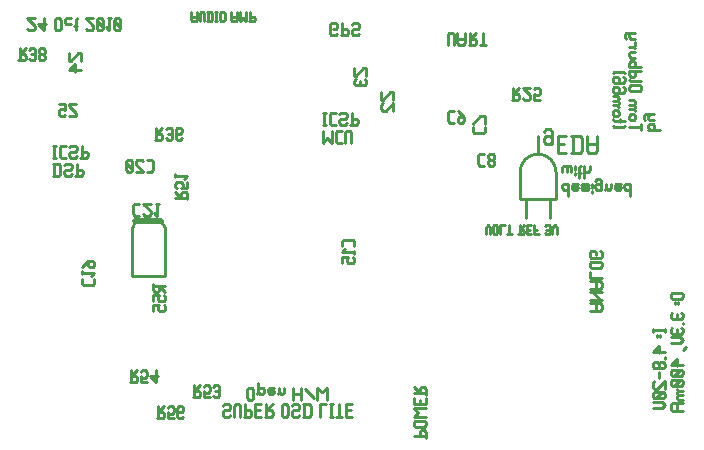
<source format=gbr>
G04 start of page 8 for group -4078 idx -4078 *
G04 Title: (unknown), bottomsilk *
G04 Creator: pcb 20091103 *
G04 CreationDate: Fri 29 Oct 2010 14:31:42 GMT UTC *
G04 For: thomas *
G04 Format: Gerber/RS-274X *
G04 PCB-Dimensions: 600000 500000 *
G04 PCB-Coordinate-Origin: lower left *
%MOIN*%
%FSLAX25Y25*%
%LNBACKSILK*%
%ADD11C,0.0100*%
%ADD15C,0.0200*%
G54D11*X260095Y179560D02*Y188560D01*
X248095Y179560D02*X260095D01*
X248095Y188560D02*Y179560D01*
X254095Y194560D02*Y200560D01*
X250158Y173300D02*Y179300D01*
X258032Y173300D02*Y179300D01*
X248095Y188560D02*G75*G02X254095Y194560I6000J0D01*G01*
G75*G02X260095Y188560I0J-6000D01*G01*
X151040Y107020D02*X151550Y107530D01*
X149510Y107020D02*X151040D01*
X149000Y107530D02*X149510Y107020D01*
X149000Y107530D02*Y108550D01*
X149510Y109060D01*
X151040D01*
X151550Y109570D01*
Y110590D01*
X151040Y111100D02*X151550Y110590D01*
X149510Y111100D02*X151040D01*
X149000Y110590D02*X149510Y111100D01*
X152775Y107020D02*Y110590D01*
X153285Y111100D01*
X154305D01*
X154815Y110590D01*
Y107020D02*Y110590D01*
X156550Y107020D02*Y111100D01*
X156040Y107020D02*X158080D01*
X158590Y107530D01*
Y108550D01*
X158080Y109060D02*X158590Y108550D01*
X156550Y109060D02*X158080D01*
X159815D02*X161345D01*
X159815Y111100D02*X161855D01*
X159815Y107020D02*Y111100D01*
Y107020D02*X161855D01*
X163080D02*X165120D01*
X165630Y107530D01*
Y108550D01*
X165120Y109060D02*X165630Y108550D01*
X163590Y109060D02*X165120D01*
X163590Y107020D02*Y111100D01*
Y109060D02*X165630Y111100D01*
X168691Y107530D02*Y110590D01*
Y107530D02*X169201Y107020D01*
X170221D01*
X170731Y107530D01*
Y110590D01*
X170221Y111100D02*X170731Y110590D01*
X169201Y111100D02*X170221D01*
X168691Y110590D02*X169201Y111100D01*
X173996Y107020D02*X174506Y107530D01*
X172466Y107020D02*X173996D01*
X171956Y107530D02*X172466Y107020D01*
X171956Y107530D02*Y108550D01*
X172466Y109060D01*
X173996D01*
X174506Y109570D01*
Y110590D01*
X173996Y111100D02*X174506Y110590D01*
X172466Y111100D02*X173996D01*
X171956Y110590D02*X172466Y111100D01*
X176241Y107020D02*Y111100D01*
X177771Y107020D02*X178281Y107530D01*
Y110590D01*
X177771Y111100D02*X178281Y110590D01*
X175731Y111100D02*X177771D01*
X175731Y107020D02*X177771D01*
X181342D02*Y111100D01*
X183382D01*
X184607Y107020D02*X185627D01*
X185117D02*Y111100D01*
X184607D02*X185627D01*
X186852Y107020D02*X188892D01*
X187872D02*Y111100D01*
X190117Y109060D02*X191647D01*
X190117Y111100D02*X192157D01*
X190117Y107020D02*Y111100D01*
Y107020D02*X192157D01*
X157095Y113090D02*Y116150D01*
Y113090D02*X157605Y112580D01*
X158625D01*
X159135Y113090D01*
Y116150D01*
X158625Y116660D02*X159135Y116150D01*
X157605Y116660D02*X158625D01*
X157095Y116150D02*X157605Y116660D01*
X160870Y115130D02*Y118190D01*
X160360Y114620D02*X160870Y115130D01*
X161380Y114620D01*
X162400D01*
X162910Y115130D01*
Y116150D01*
X162400Y116660D02*X162910Y116150D01*
X161380Y116660D02*X162400D01*
X160870Y116150D02*X161380Y116660D01*
X164645D02*X166175D01*
X164135Y116150D02*X164645Y116660D01*
X164135Y115130D02*Y116150D01*
Y115130D02*X164645Y114620D01*
X165665D01*
X166175Y115130D01*
X164135Y115640D02*X166175D01*
Y115130D02*Y115640D01*
X167910Y115130D02*Y116660D01*
Y115130D02*X168420Y114620D01*
X168930D01*
X169440Y115130D01*
Y116660D01*
X167400Y114620D02*X167910Y115130D01*
X172501Y112580D02*Y116660D01*
X175051Y112580D02*Y116660D01*
X172501Y114620D02*X175051D01*
X176276Y116150D02*X179336Y113090D01*
X180561Y112580D02*Y116660D01*
X182091Y115130D01*
X183621Y116660D01*
Y112580D02*Y116660D01*
X212742Y100464D02*X216742D01*
Y99964D02*Y101964D01*
X216242Y102464D01*
X215242D02*X216242D01*
X214742Y101964D02*X215242Y102464D01*
X214742Y100464D02*Y101964D01*
X213242Y103665D02*X216242D01*
X216742Y104165D01*
Y105165D01*
X216242Y105665D01*
X213242D02*X216242D01*
X212742Y105165D02*X213242Y105665D01*
X212742Y104165D02*Y105165D01*
X213242Y103665D02*X212742Y104165D01*
Y106866D02*X216742D01*
X212742D02*X214242Y108366D01*
X212742Y109866D01*
X216742D01*
X214742Y111067D02*Y112567D01*
X212742Y111067D02*Y113067D01*
Y111067D02*X216742D01*
Y113067D01*
Y114268D02*Y116268D01*
X216242Y116768D01*
X215242D02*X216242D01*
X214742Y116268D02*X215242Y116768D01*
X214742Y114768D02*Y116268D01*
X212742Y114768D02*X216742D01*
X214742D02*X212742Y116768D01*
X186662Y234182D02*X187162Y234682D01*
X185162Y234182D02*X186662D01*
X184662Y234682D02*X185162Y234182D01*
X184662Y234682D02*Y237682D01*
X185162Y238182D01*
X186662D01*
X187162Y237682D01*
Y236682D02*Y237682D01*
X186662Y236182D02*X187162Y236682D01*
X185662Y236182D02*X186662D01*
X188863Y234182D02*Y238182D01*
X188363Y234182D02*X190363D01*
X190863Y234682D01*
Y235682D01*
X190363Y236182D02*X190863Y235682D01*
X188863Y236182D02*X190363D01*
X194064Y234182D02*X194564Y234682D01*
X192564Y234182D02*X194064D01*
X192064Y234682D02*X192564Y234182D01*
X192064Y234682D02*Y235682D01*
X192564Y236182D01*
X194064D01*
X194564Y236682D01*
Y237682D01*
X194064Y238182D02*X194564Y237682D01*
X192564Y238182D02*X194064D01*
X192064Y237682D02*X192564Y238182D01*
X83875Y236256D02*X84375Y235756D01*
X85875D01*
X86375Y236256D01*
Y237256D01*
X83875Y239756D02*X86375Y237256D01*
X83875Y239756D02*X86375D01*
X87576Y237756D02*X89576Y235756D01*
X87576Y237756D02*X90076D01*
X89576Y235756D02*Y239756D01*
X93077Y236256D02*Y239256D01*
Y236256D02*X93577Y235756D01*
X94577D01*
X95077Y236256D01*
Y239256D01*
X94577Y239756D02*X95077Y239256D01*
X93577Y239756D02*X94577D01*
X93077Y239256D02*X93577Y239756D01*
X96778Y237756D02*X98278D01*
X96278Y238256D02*X96778Y237756D01*
X96278Y238256D02*Y239256D01*
X96778Y239756D01*
X98278D01*
X99979Y235756D02*Y239256D01*
X100479Y239756D01*
X99479Y237256D02*X100479D01*
X103280Y236256D02*X103780Y235756D01*
X105280D01*
X105780Y236256D01*
Y237256D01*
X103280Y239756D02*X105780Y237256D01*
X103280Y239756D02*X105780D01*
X106981Y239256D02*X107481Y239756D01*
X106981Y236256D02*Y239256D01*
Y236256D02*X107481Y235756D01*
X108481D01*
X108981Y236256D01*
Y239256D01*
X108481Y239756D02*X108981Y239256D01*
X107481Y239756D02*X108481D01*
X106981Y238756D02*X108981Y236756D01*
X110682Y239756D02*X111682D01*
X111182Y235756D02*Y239756D01*
X110182Y236756D02*X111182Y235756D01*
X112883Y239256D02*X113383Y239756D01*
X112883Y236256D02*Y239256D01*
Y236256D02*X113383Y235756D01*
X114383D01*
X114883Y236256D01*
Y239256D01*
X114383Y239756D02*X114883Y239256D01*
X113383Y239756D02*X114383D01*
X112883Y238756D02*X114883Y236756D01*
X182394Y198276D02*Y202276D01*
Y198276D02*X183894Y199776D01*
X185394Y198276D01*
Y202276D01*
X187095D02*X188595D01*
X186595Y201776D02*X187095Y202276D01*
X186595Y198776D02*Y201776D01*
Y198776D02*X187095Y198276D01*
X188595D01*
X189796D02*Y201776D01*
X190296Y202276D01*
X191296D01*
X191796Y201776D01*
Y198276D02*Y201776D01*
X182394Y204276D02*X183394D01*
X182894D02*Y208276D01*
X182394D02*X183394D01*
X185095D02*X186595D01*
X184595Y207776D02*X185095Y208276D01*
X184595Y204776D02*Y207776D01*
Y204776D02*X185095Y204276D01*
X186595D01*
X189796D02*X190296Y204776D01*
X188296Y204276D02*X189796D01*
X187796Y204776D02*X188296Y204276D01*
X187796Y204776D02*Y205776D01*
X188296Y206276D01*
X189796D01*
X190296Y206776D01*
Y207776D01*
X189796Y208276D02*X190296Y207776D01*
X188296Y208276D02*X189796D01*
X187796Y207776D02*X188296Y208276D01*
X191997Y204276D02*Y208276D01*
X191497Y204276D02*X193497D01*
X193997Y204776D01*
Y205776D01*
X193497Y206276D02*X193997Y205776D01*
X191997Y206276D02*X193497D01*
X92894Y187276D02*Y191276D01*
X94394Y187276D02*X94894Y187776D01*
Y190776D01*
X94394Y191276D02*X94894Y190776D01*
X92394Y191276D02*X94394D01*
X92394Y187276D02*X94394D01*
X98095D02*X98595Y187776D01*
X96595Y187276D02*X98095D01*
X96095Y187776D02*X96595Y187276D01*
X96095Y187776D02*Y188776D01*
X96595Y189276D01*
X98095D01*
X98595Y189776D01*
Y190776D01*
X98095Y191276D02*X98595Y190776D01*
X96595Y191276D02*X98095D01*
X96095Y190776D02*X96595Y191276D01*
X100296Y187276D02*Y191276D01*
X99796Y187276D02*X101796D01*
X102296Y187776D01*
Y188776D01*
X101796Y189276D02*X102296Y188776D01*
X100296Y189276D02*X101796D01*
X92394Y193276D02*X93394D01*
X92894D02*Y197276D01*
X92394D02*X93394D01*
X95095D02*X96595D01*
X94595Y196776D02*X95095Y197276D01*
X94595Y193776D02*Y196776D01*
Y193776D02*X95095Y193276D01*
X96595D01*
X99796D02*X100296Y193776D01*
X98296Y193276D02*X99796D01*
X97796Y193776D02*X98296Y193276D01*
X97796Y193776D02*Y194776D01*
X98296Y195276D01*
X99796D01*
X100296Y195776D01*
Y196776D01*
X99796Y197276D02*X100296Y196776D01*
X98296Y197276D02*X99796D01*
X97796Y196776D02*X98296Y197276D01*
X101997Y193276D02*Y197276D01*
X101497Y193276D02*X103497D01*
X103997Y193776D01*
Y194776D01*
X103497Y195276D02*X103997Y194776D01*
X101997Y195276D02*X103497D01*
X138504Y239245D02*Y241870D01*
Y239245D02*X138879Y238870D01*
X140004D01*
X140379Y239245D01*
Y241870D01*
X138504Y240370D02*X140379D01*
X141279Y238870D02*Y241495D01*
X141654Y241870D01*
X142404D01*
X142779Y241495D01*
Y238870D02*Y241495D01*
X144055Y238870D02*Y241870D01*
X145180Y238870D02*X145555Y239245D01*
Y241495D01*
X145180Y241870D02*X145555Y241495D01*
X143680Y241870D02*X145180D01*
X143680Y238870D02*X145180D01*
X146456D02*X147206D01*
X146831D02*Y241870D01*
X146456D02*X147206D01*
X148107Y239245D02*Y241495D01*
Y239245D02*X148482Y238870D01*
X149232D01*
X149607Y239245D01*
Y241495D01*
X149232Y241870D02*X149607Y241495D01*
X148482Y241870D02*X149232D01*
X148107Y241495D02*X148482Y241870D01*
X151857Y239245D02*Y241870D01*
Y239245D02*X152232Y238870D01*
X153357D01*
X153732Y239245D01*
Y241870D01*
X151857Y240370D02*X153732D01*
X154633Y238870D02*Y241870D01*
Y238870D02*X155758Y239995D01*
X156883Y238870D01*
Y241870D01*
X158159Y238870D02*Y241870D01*
X157784Y238870D02*X159284D01*
X159659Y239245D01*
Y239995D01*
X159284Y240370D02*X159659Y239995D01*
X158159Y240370D02*X159284D01*
X258210Y197790D02*X258915Y198495D01*
X256800Y197790D02*X258210D01*
X256095Y198495D02*X256800Y197790D01*
X256095Y198495D02*Y199905D01*
X256800Y200610D01*
X258210D01*
X258915Y199905D01*
X256095Y202020D02*X256800Y202725D01*
X258210D01*
X258915Y202020D01*
Y197790D02*Y202020D01*
X260608Y197790D02*X262723D01*
X260608Y200610D02*X263428D01*
X260608Y194970D02*Y200610D01*
Y194970D02*X263428D01*
X265826D02*Y200610D01*
X267941Y194970D02*X268646Y195675D01*
Y199905D01*
X267941Y200610D02*X268646Y199905D01*
X265121Y200610D02*X267941D01*
X265121Y194970D02*X267941D01*
X270340Y195675D02*Y200610D01*
Y195675D02*X271045Y194970D01*
X273160D01*
X273865Y195675D01*
Y200610D01*
X270340Y197790D02*X273865D01*
X264095Y180560D02*Y184560D01*
X263595D02*X264095Y184060D01*
X262595Y184560D02*X263595D01*
X262095Y184060D02*X262595Y184560D01*
X262095Y183060D02*Y184060D01*
Y183060D02*X262595Y182560D01*
X263595D01*
X264095Y183060D01*
X265796Y184560D02*X267296D01*
X265296Y184060D02*X265796Y184560D01*
X265296Y183060D02*Y184060D01*
Y183060D02*X265796Y182560D01*
X266796D01*
X267296Y183060D01*
X265296Y183560D02*X267296D01*
Y183060D02*Y183560D01*
X268997Y184560D02*X270497D01*
X270997Y184060D01*
X270497Y183560D02*X270997Y184060D01*
X268997Y183560D02*X270497D01*
X268497Y183060D02*X268997Y183560D01*
X268497Y183060D02*X268997Y182560D01*
X270497D01*
X270997Y183060D01*
X268497Y184060D02*X268997Y184560D01*
X272198Y181560D02*Y182060D01*
Y183060D02*Y184560D01*
X274699Y182560D02*X275199Y183060D01*
X273699Y182560D02*X274699D01*
X273199Y183060D02*X273699Y182560D01*
X273199Y183060D02*Y184060D01*
X273699Y184560D01*
X274699D01*
X275199Y184060D01*
X273199Y185560D02*X273699Y186060D01*
X274699D01*
X275199Y185560D01*
Y182560D02*Y185560D01*
X276900Y183060D02*Y184560D01*
Y183060D02*X277400Y182560D01*
X277900D01*
X278400Y183060D01*
Y184560D01*
X276400Y182560D02*X276900Y183060D01*
X280101Y184560D02*X281601D01*
X279601Y184060D02*X280101Y184560D01*
X279601Y183060D02*Y184060D01*
Y183060D02*X280101Y182560D01*
X281101D01*
X281601Y183060D01*
X279601Y183560D02*X281601D01*
Y183060D02*Y183560D01*
X284802Y180560D02*Y184560D01*
X284302D02*X284802Y184060D01*
X283302Y184560D02*X284302D01*
X282802Y184060D02*X283302Y184560D01*
X282802Y183060D02*Y184060D01*
Y183060D02*X283302Y182560D01*
X284302D01*
X284802Y183060D01*
X262095Y188560D02*Y190060D01*
X262595Y190560D01*
X263095D01*
X263595Y190060D01*
Y188560D02*Y190060D01*
X264095Y190560D01*
X264595D01*
X265095Y190060D01*
Y188560D02*Y190060D01*
X266296Y187560D02*Y188060D01*
Y189060D02*Y190560D01*
X267797Y186560D02*Y190060D01*
X268297Y190560D01*
X267297Y188060D02*X268297D01*
X269298Y186560D02*Y190560D01*
Y189060D02*X269798Y188560D01*
X270798D01*
X271298Y189060D01*
Y190560D01*
X290826Y202631D02*X294826D01*
X291326D02*X290826Y203131D01*
Y204131D01*
X291326Y204631D01*
X292326D01*
X292826Y204131D02*X292326Y204631D01*
X292826Y203131D02*Y204131D01*
X292326Y202631D02*X292826Y203131D01*
X291326Y205832D02*X292826D01*
X291326D02*X290826Y206332D01*
X289826Y207832D02*X292826D01*
X289326Y207332D02*X289826Y207832D01*
X289326Y206332D02*Y207332D01*
X289826Y205832D02*X289326Y206332D01*
X290826D02*Y207332D01*
X291326Y207832D01*
X288528Y202631D02*Y204631D01*
X284528Y203631D02*X288528D01*
X285028Y205832D02*X286028D01*
X286528Y206332D01*
Y207332D01*
X286028Y207832D01*
X285028D02*X286028D01*
X284528Y207332D02*X285028Y207832D01*
X284528Y206332D02*Y207332D01*
X285028Y205832D02*X284528Y206332D01*
Y209533D02*X286028D01*
X286528Y210033D01*
Y210533D01*
X286028Y211033D01*
X284528D02*X286028D01*
X286528Y211533D01*
Y212033D01*
X286028Y212533D01*
X284528D02*X286028D01*
X286528Y209033D02*X286028Y209533D01*
X285028Y215534D02*X288028D01*
X288528Y216034D01*
Y217034D01*
X288028Y217534D01*
X285028D02*X288028D01*
X284528Y217034D02*X285028Y217534D01*
X284528Y216034D02*Y217034D01*
X285028Y215534D02*X284528Y216034D01*
X285028Y218735D02*X288528D01*
X285028D02*X284528Y219235D01*
Y222236D02*X288528D01*
X284528Y221736D02*X285028Y222236D01*
X284528Y220736D02*Y221736D01*
X285028Y220236D02*X284528Y220736D01*
X285028Y220236D02*X286028D01*
X286528Y220736D01*
Y221736D01*
X286028Y222236D01*
X284528Y223437D02*X288528D01*
X285028D02*X284528Y223937D01*
Y224937D01*
X285028Y225437D01*
X286028D01*
X286528Y224937D02*X286028Y225437D01*
X286528Y223937D02*Y224937D01*
X286028Y223437D02*X286528Y223937D01*
X285028Y226638D02*X286528D01*
X285028D02*X284528Y227138D01*
Y228138D01*
X285028Y228638D01*
X286528D01*
X284528Y230339D02*X286028D01*
X286528Y230839D01*
Y231839D01*
Y229839D02*X286028Y230339D01*
X285028Y233040D02*X286528D01*
X285028D02*X284528Y233540D01*
X283528Y235040D02*X286528D01*
X283028Y234540D02*X283528Y235040D01*
X283028Y233540D02*Y234540D01*
X283528Y233040D02*X283028Y233540D01*
X284528D02*Y234540D01*
X285028Y235040D01*
X279516Y203418D02*X279016Y203918D01*
X282516Y203418D02*X283016Y203918D01*
X279516Y203418D02*X282516D01*
X279516Y205619D02*X283016D01*
X279516D02*X279016Y206119D01*
X281516Y205119D02*Y206119D01*
X279516Y207120D02*X280516D01*
X281016Y207620D01*
Y208620D01*
X280516Y209120D01*
X279516D02*X280516D01*
X279016Y208620D02*X279516Y209120D01*
X279016Y207620D02*Y208620D01*
X279516Y207120D02*X279016Y207620D01*
Y210821D02*X280516D01*
X281016Y211321D01*
Y211821D01*
X280516Y212321D01*
X279016D02*X280516D01*
X281016Y212821D01*
Y213321D01*
X280516Y213821D01*
X279016D02*X280516D01*
X281016Y210321D02*X280516Y210821D01*
X283016Y216522D02*X282516Y217022D01*
X283016Y215522D02*Y216522D01*
X282516Y215022D02*X283016Y215522D01*
X279516Y215022D02*X282516D01*
X279516D02*X279016Y215522D01*
X281016Y216522D02*X280516Y217022D01*
X281016Y215022D02*Y216522D01*
X279016Y215522D02*Y216522D01*
X279516Y217022D01*
X280516D01*
X283016Y219723D02*X282516Y220223D01*
X283016Y218723D02*Y219723D01*
X282516Y218223D02*X283016Y218723D01*
X279516Y218223D02*X282516D01*
X279516D02*X279016Y218723D01*
X281016Y219723D02*X280516Y220223D01*
X281016Y218223D02*Y219723D01*
X279016Y218723D02*Y219723D01*
X279516Y220223D01*
X280516D01*
X283016Y221424D02*X282516Y221924D01*
X279516D02*X282516D01*
X279016Y221424D02*X279516Y221924D01*
X298894Y148276D02*X301894D01*
X298894D02*X298394Y147776D01*
Y146776D02*Y147776D01*
Y146776D02*X298894Y146276D01*
X301894D01*
X302394Y146776D02*X301894Y146276D01*
X302394Y146776D02*Y147776D01*
X301894Y148276D02*X302394Y147776D01*
X299894Y144575D02*Y145075D01*
X300894Y144575D02*Y145075D01*
X298894Y141574D02*X298394Y141074D01*
Y140074D02*Y141074D01*
Y140074D02*X298894Y139574D01*
X301894D01*
X302394Y140074D02*X301894Y139574D01*
X302394Y140074D02*Y141074D01*
X301894Y141574D02*X302394Y141074D01*
X300394Y139574D02*Y141074D01*
X302394Y137873D02*Y138373D01*
X298894Y136672D02*X298394Y136172D01*
Y135172D02*Y136172D01*
Y135172D02*X298894Y134672D01*
X301894D01*
X302394Y135172D02*X301894Y134672D01*
X302394Y135172D02*Y136172D01*
X301894Y136672D02*X302394Y136172D01*
X300394Y134672D02*Y136172D01*
X298394Y133471D02*X301394D01*
X302394Y132471D01*
X301394Y131471D01*
X298394D02*X301394D01*
X303394Y130270D02*X302394Y129270D01*
X300394Y126269D02*X298394Y124269D01*
X300394Y123769D02*Y126269D01*
X298394Y124269D02*X302394D01*
X301894Y122568D02*X302394Y122068D01*
X298894Y122568D02*X301894D01*
X298894D02*X298394Y122068D01*
Y121068D02*Y122068D01*
Y121068D02*X298894Y120568D01*
X301894D01*
X302394Y121068D02*X301894Y120568D01*
X302394Y121068D02*Y122068D01*
X301394Y122568D02*X299394Y120568D01*
X301894Y119367D02*X302394Y118867D01*
X298894Y119367D02*X301894D01*
X298894D02*X298394Y118867D01*
Y117867D02*Y118867D01*
Y117867D02*X298894Y117367D01*
X301894D01*
X302394Y117867D02*X301894Y117367D01*
X302394Y117867D02*Y118867D01*
X301394Y119367D02*X299394Y117367D01*
X300894Y115666D02*X302394D01*
X300894D02*X300394Y115166D01*
Y114666D02*Y115166D01*
Y114666D02*X300894Y114166D01*
X302394D01*
X300894D02*X300394Y113666D01*
Y113166D02*Y113666D01*
Y113166D02*X300894Y112666D01*
X302394D01*
X300394Y116166D02*X300894Y115666D01*
X298894Y111465D02*X302394D01*
X298894D02*X298394Y110965D01*
Y109465D02*Y110965D01*
Y109465D02*X298894Y108965D01*
X302394D01*
X300394D02*Y111465D01*
X292394Y135276D02*Y136276D01*
Y135776D02*X296394D01*
Y135276D02*Y136276D01*
X293894Y133575D02*Y134075D01*
X294894Y133575D02*Y134075D01*
X294394Y130574D02*X292394Y128574D01*
X294394Y128074D02*Y130574D01*
X292394Y128574D02*X296394D01*
Y126373D02*Y126873D01*
X295894Y125172D02*X296394Y124672D01*
X294894Y125172D02*X295894D01*
X294894D02*X294394Y124672D01*
Y123672D02*Y124672D01*
Y123672D02*X294894Y123172D01*
X295894D01*
X296394Y123672D02*X295894Y123172D01*
X296394Y123672D02*Y124672D01*
X293894Y125172D02*X294394Y124672D01*
X292894Y125172D02*X293894D01*
X292894D02*X292394Y124672D01*
Y123672D02*Y124672D01*
Y123672D02*X292894Y123172D01*
X293894D01*
X294394Y123672D02*X293894Y123172D01*
X294394Y119971D02*Y121971D01*
X292894Y118770D02*X292394Y118270D01*
Y116770D02*Y118270D01*
Y116770D02*X292894Y116270D01*
X293894D01*
X296394Y118770D02*X293894Y116270D01*
X296394D02*Y118770D01*
X295894Y115069D02*X296394Y114569D01*
X292894Y115069D02*X295894D01*
X292894D02*X292394Y114569D01*
Y113569D02*Y114569D01*
Y113569D02*X292894Y113069D01*
X295894D01*
X296394Y113569D02*X295894Y113069D01*
X296394Y113569D02*Y114569D01*
X295394Y115069D02*X293394Y113069D01*
X292394Y111868D02*X295394D01*
X296394Y110868D01*
X295394Y109868D01*
X292394D02*X295394D01*
X271394Y142276D02*X274894D01*
X275394Y142776D01*
Y144276D01*
X274894Y144776D01*
X271394D02*X274894D01*
X273394Y142276D02*Y144776D01*
X271394Y145977D02*X275394D01*
X274894D02*X275394D01*
X274894D02*X272394Y148477D01*
X271394D02*X275394D01*
X271394Y149678D02*X274894D01*
X275394Y150178D01*
Y151678D01*
X274894Y152178D01*
X271394D02*X274894D01*
X273394Y149678D02*Y152178D01*
X271394Y153379D02*X275394D01*
X271394D02*Y155379D01*
X271894Y156580D02*X274894D01*
X275394Y157080D01*
Y158080D01*
X274894Y158580D01*
X271894D02*X274894D01*
X271394Y158080D02*X271894Y158580D01*
X271394Y157080D02*Y158080D01*
X271894Y156580D02*X271394Y157080D01*
X275394Y161781D02*X274894Y162281D01*
X275394Y160281D02*Y161781D01*
X274894Y159781D02*X275394Y160281D01*
X271894Y159781D02*X274894D01*
X271894D02*X271394Y160281D01*
Y161781D01*
X271894Y162281D01*
X272894D01*
X273394Y161781D02*X272894Y162281D01*
X273394Y160781D02*Y161781D01*
X224032Y231033D02*Y234533D01*
X224532Y235033D01*
X225532D01*
X226032Y234533D01*
Y231033D02*Y234533D01*
X227233Y231533D02*Y235033D01*
Y231533D02*X227733Y231033D01*
X229233D01*
X229733Y231533D01*
Y235033D01*
X227233Y233033D02*X229733D01*
X230934Y231033D02*X232934D01*
X233434Y231533D01*
Y232533D01*
X232934Y233033D02*X233434Y232533D01*
X231434Y233033D02*X232934D01*
X231434Y231033D02*Y235033D01*
Y233033D02*X233434Y235033D01*
X234635Y231033D02*X236635D01*
X235635D02*Y235033D01*
X236630Y167790D02*Y170040D01*
X237380Y170790D01*
X238130Y170040D01*
Y167790D02*Y170040D01*
X239030Y168165D02*Y170415D01*
Y168165D02*X239405Y167790D01*
X240155D01*
X240530Y168165D01*
Y170415D01*
X240155Y170790D02*X240530Y170415D01*
X239405Y170790D02*X240155D01*
X239030Y170415D02*X239405Y170790D01*
X241431Y167790D02*Y170790D01*
X242931D01*
X243832Y167790D02*X245332D01*
X244582D02*Y170790D01*
X247583Y167790D02*X249083D01*
X249458Y168165D01*
Y168915D01*
X249083Y169290D02*X249458Y168915D01*
X247958Y169290D02*X249083D01*
X247958Y167790D02*Y170790D01*
Y169290D02*X249458Y170790D01*
X250358Y169290D02*X251483D01*
X250358Y170790D02*X251858D01*
X250358Y167790D02*Y170790D01*
Y167790D02*X251858D01*
X252759D02*Y170790D01*
Y167790D02*X254259D01*
X252759Y169290D02*X253884D01*
X256510Y168165D02*X256885Y167790D01*
X257635D01*
X258010Y168165D01*
Y170415D01*
X257635Y170790D02*X258010Y170415D01*
X256885Y170790D02*X257635D01*
X256510Y170415D02*X256885Y170790D01*
Y169290D02*X258010D01*
X258911Y167790D02*Y170040D01*
X259661Y170790D01*
X260411Y170040D01*
Y167790D02*Y170040D01*
G54D15*X119925Y172135D02*X128525D01*
G54D11*X129725Y169735D01*
Y153935D02*Y169735D01*
X118725Y153935D02*X129725D01*
X118725D02*Y169735D01*
X119925Y172135D01*
X192779Y163961D02*Y165461D01*
X192279Y165961D02*X192779Y165461D01*
X189279Y165961D02*X192279D01*
X189279D02*X188779Y165461D01*
Y163961D02*Y165461D01*
X192779Y161260D02*Y162260D01*
X188779Y161760D02*X192779D01*
X189779Y162760D02*X188779Y161760D01*
Y158059D02*Y160059D01*
X190779D01*
X190279Y159559D01*
Y158559D02*Y159559D01*
Y158559D02*X190779Y158059D01*
X192279D01*
X192779Y158559D02*X192279Y158059D01*
X192779Y158559D02*Y159559D01*
X192279Y160059D02*X192779Y159559D01*
X123709Y188674D02*X125209D01*
X125709Y189174D02*X125209Y188674D01*
X125709Y189174D02*Y192174D01*
X125209Y192674D01*
X123709D02*X125209D01*
X122508Y192174D02*X122008Y192674D01*
X120508D02*X122008D01*
X120508D02*X120008Y192174D01*
Y191174D02*Y192174D01*
X122508Y188674D02*X120008Y191174D01*
Y188674D02*X122508D01*
X118807Y189174D02*X118307Y188674D01*
X118807Y189174D02*Y192174D01*
X118307Y192674D01*
X117307D02*X118307D01*
X117307D02*X116807Y192174D01*
Y189174D02*Y192174D01*
X117307Y188674D02*X116807Y189174D01*
X117307Y188674D02*X118307D01*
X118807Y189674D02*X116807Y191674D01*
X126409Y199342D02*X128409D01*
X128909Y199842D01*
Y200842D01*
X128409Y201342D02*X128909Y200842D01*
X126909Y201342D02*X128409D01*
X126909Y199342D02*Y203342D01*
Y201342D02*X128909Y203342D01*
X130110Y199842D02*X130610Y199342D01*
X131610D01*
X132110Y199842D01*
Y202842D01*
X131610Y203342D02*X132110Y202842D01*
X130610Y203342D02*X131610D01*
X130110Y202842D02*X130610Y203342D01*
Y201342D02*X132110D01*
X134811Y199342D02*X135311Y199842D01*
X133811Y199342D02*X134811D01*
X133311Y199842D02*X133811Y199342D01*
X133311Y199842D02*Y202842D01*
X133811Y203342D01*
X134811Y201342D02*X135311Y201842D01*
X133311Y201342D02*X134811D01*
X133811Y203342D02*X134811D01*
X135311Y202842D01*
Y201842D02*Y202842D01*
X137245Y179410D02*Y181410D01*
X136745Y181910D01*
X135745D02*X136745D01*
X135245Y181410D02*X135745Y181910D01*
X135245Y179910D02*Y181410D01*
X133245Y179910D02*X137245D01*
X135245D02*X133245Y181910D01*
X137245Y183111D02*Y185111D01*
X135245Y183111D02*X137245D01*
X135245D02*X135745Y183611D01*
Y184611D01*
X135245Y185111D01*
X133745D02*X135245D01*
X133245Y184611D02*X133745Y185111D01*
X133245Y183611D02*Y184611D01*
X133745Y183111D02*X133245Y183611D01*
Y186812D02*Y187812D01*
Y187312D02*X137245D01*
X136245Y186312D02*X137245Y187312D01*
X119725Y177935D02*X121225D01*
X119225Y177435D02*X119725Y177935D01*
X119225Y174435D02*Y177435D01*
Y174435D02*X119725Y173935D01*
X121225D01*
X122426Y174435D02*X122926Y173935D01*
X124426D01*
X124926Y174435D01*
Y175435D01*
X122426Y177935D02*X124926Y175435D01*
X122426Y177935D02*X124926D01*
X126627D02*X127627D01*
X127127Y173935D02*Y177935D01*
X126127Y174935D02*X127127Y173935D01*
X97650Y211150D02*X100150D01*
X97650Y210650D02*Y211150D01*
X100150Y208150D02*X97650Y210650D01*
X100150Y207150D02*Y208150D01*
X97650Y207150D02*X100150D01*
X94449Y211150D02*X96449D01*
Y209150D02*Y211150D01*
Y209150D02*X95949Y209650D01*
X94949D02*X95949D01*
X94949D02*X94449Y209150D01*
Y207650D02*Y209150D01*
X94949Y207150D02*X94449Y207650D01*
X94949Y207150D02*X95949D01*
X96449Y207650D02*X95949Y207150D01*
X97850Y225650D02*Y228150D01*
Y225650D02*X98350D01*
X100850Y228150D02*X98350Y225650D01*
X100850Y228150D02*X101850D01*
Y225650D02*Y228150D01*
X99850Y224449D02*X97850Y222449D01*
X99850Y221949D02*Y224449D01*
X97850Y222449D02*X101850D01*
X80850Y225834D02*X82850D01*
X83350Y226334D01*
Y227334D01*
X82850Y227834D02*X83350Y227334D01*
X81350Y227834D02*X82850D01*
X81350Y225834D02*Y229834D01*
Y227834D02*X83350Y229834D01*
X84551Y226334D02*X85051Y225834D01*
X86051D01*
X86551Y226334D01*
Y229334D01*
X86051Y229834D02*X86551Y229334D01*
X85051Y229834D02*X86051D01*
X84551Y229334D02*X85051Y229834D01*
Y227834D02*X86551D01*
X87752Y229334D02*X88252Y229834D01*
X87752Y228334D02*Y229334D01*
Y228334D02*X88252Y227834D01*
X89252D01*
X89752Y228334D01*
Y229334D01*
X89252Y229834D02*X89752Y229334D01*
X88252Y229834D02*X89252D01*
X87752Y227334D02*X88252Y227834D01*
X87752Y226334D02*Y227334D01*
Y226334D02*X88252Y225834D01*
X89252D01*
X89752Y226334D01*
Y227334D01*
X89252Y227834D02*X89752Y227334D01*
X102150Y151350D02*Y152850D01*
X102650Y150850D02*X102150Y151350D01*
X102650Y150850D02*X105650D01*
X106150Y151350D01*
Y152850D01*
X102150Y154551D02*Y155551D01*
Y155051D02*X106150D01*
X105150Y154051D02*X106150Y155051D01*
X102150Y156752D02*X104150Y158752D01*
X105650D01*
X106150Y158252D02*X105650Y158752D01*
X106150Y157252D02*Y158252D01*
X105650Y156752D02*X106150Y157252D01*
X104650Y156752D02*X105650D01*
X104650D02*X104150Y157252D01*
Y158752D01*
X125850Y149150D02*Y151150D01*
Y149150D02*X126350Y148650D01*
X127350D01*
X127850Y149150D02*X127350Y148650D01*
X127850Y149150D02*Y150650D01*
X125850D02*X129850D01*
X127850D02*X129850Y148650D01*
X125850Y145449D02*Y147449D01*
X127850D01*
X127350Y146949D01*
Y145949D02*Y146949D01*
Y145949D02*X127850Y145449D01*
X129350D01*
X129850Y145949D02*X129350Y145449D01*
X129850Y145949D02*Y146949D01*
X129350Y147449D02*X129850Y146949D01*
X125850Y142248D02*Y144248D01*
X127850D01*
X127350Y143748D01*
Y142748D02*Y143748D01*
Y142748D02*X127850Y142248D01*
X129350D01*
X129850Y142748D02*X129350Y142248D01*
X129850Y142748D02*Y143748D01*
X129350Y144248D02*X129850Y143748D01*
X117945Y118410D02*X119945D01*
X120445Y118910D01*
Y119910D01*
X119945Y120410D02*X120445Y119910D01*
X118445Y120410D02*X119945D01*
X118445Y118410D02*Y122410D01*
Y120410D02*X120445Y122410D01*
X121646Y118410D02*X123646D01*
X121646D02*Y120410D01*
X122146Y119910D01*
X123146D01*
X123646Y120410D01*
Y121910D01*
X123146Y122410D02*X123646Y121910D01*
X122146Y122410D02*X123146D01*
X121646Y121910D02*X122146Y122410D01*
X124847Y120410D02*X126847Y118410D01*
X124847Y120410D02*X127347D01*
X126847Y118410D02*Y122410D01*
X126945Y106410D02*X128945D01*
X129445Y106910D01*
Y107910D01*
X128945Y108410D02*X129445Y107910D01*
X127445Y108410D02*X128945D01*
X127445Y106410D02*Y110410D01*
Y108410D02*X129445Y110410D01*
X130646Y106410D02*X132646D01*
X130646D02*Y108410D01*
X131146Y107910D01*
X132146D01*
X132646Y108410D01*
Y109910D01*
X132146Y110410D02*X132646Y109910D01*
X131146Y110410D02*X132146D01*
X130646Y109910D02*X131146Y110410D01*
X135347Y106410D02*X135847Y106910D01*
X134347Y106410D02*X135347D01*
X133847Y106910D02*X134347Y106410D01*
X133847Y106910D02*Y109910D01*
X134347Y110410D01*
X135347Y108410D02*X135847Y108910D01*
X133847Y108410D02*X135347D01*
X134347Y110410D02*X135347D01*
X135847Y109910D01*
Y108910D02*Y109910D01*
X138945Y113410D02*X140945D01*
X141445Y113910D01*
Y114910D01*
X140945Y115410D02*X141445Y114910D01*
X139445Y115410D02*X140945D01*
X139445Y113410D02*Y117410D01*
Y115410D02*X141445Y117410D01*
X142646Y113410D02*X144646D01*
X142646D02*Y115410D01*
X143146Y114910D01*
X144146D01*
X144646Y115410D01*
Y116910D01*
X144146Y117410D02*X144646Y116910D01*
X143146Y117410D02*X144146D01*
X142646Y116910D02*X143146Y117410D01*
X145847Y113910D02*X146347Y113410D01*
X147347D01*
X147847Y113910D01*
Y116910D01*
X147347Y117410D02*X147847Y116910D01*
X146347Y117410D02*X147347D01*
X145847Y116910D02*X146347Y117410D01*
Y115410D02*X147847D01*
X245259Y212630D02*X247259D01*
X247759Y213130D01*
Y214130D01*
X247259Y214630D02*X247759Y214130D01*
X245759Y214630D02*X247259D01*
X245759Y212630D02*Y216630D01*
Y214630D02*X247759Y216630D01*
X248960Y213130D02*X249460Y212630D01*
X250960D01*
X251460Y213130D01*
Y214130D01*
X248960Y216630D02*X251460Y214130D01*
X248960Y216630D02*X251460D01*
X252661Y212630D02*X254661D01*
X252661D02*Y214630D01*
X253161Y214130D01*
X254161D01*
X254661Y214630D01*
Y216130D01*
X254161Y216630D02*X254661Y216130D01*
X253161Y216630D02*X254161D01*
X252661Y216130D02*X253161Y216630D01*
X192850Y220650D02*Y223150D01*
Y220650D02*X193350D01*
X195850Y223150D02*X193350Y220650D01*
X195850Y223150D02*X196850D01*
Y220650D02*Y223150D01*
X193350Y219449D02*X192850Y218949D01*
Y217949D02*Y218949D01*
Y217949D02*X193350Y217449D01*
X196350D01*
X196850Y217949D02*X196350Y217449D01*
X196850Y217949D02*Y218949D01*
X196350Y219449D02*X196850Y218949D01*
X194850Y217449D02*Y218949D01*
X201850Y212650D02*Y215150D01*
Y212650D02*X202350D01*
X204850Y215150D02*X202350Y212650D01*
X204850Y215150D02*X205850D01*
Y212650D02*Y215150D01*
X202350Y211449D02*X201850Y210949D01*
Y209449D02*Y210949D01*
Y209449D02*X202350Y208949D01*
X203350D01*
X205850Y211449D02*X203350Y208949D01*
X205850D02*Y211449D01*
X224697Y209051D02*X226197D01*
X224197Y208551D02*X224697Y209051D01*
X224197Y205551D02*Y208551D01*
Y205551D02*X224697Y205051D01*
X226197D01*
X227398Y209051D02*X229398Y207051D01*
Y205551D02*Y207051D01*
X228898Y205051D02*X229398Y205551D01*
X227898Y205051D02*X228898D01*
X227398Y205551D02*X227898Y205051D01*
X227398Y205551D02*Y206551D01*
X227898Y207051D01*
X229398D01*
X232385Y201894D02*Y203394D01*
X232885Y201394D02*X232385Y201894D01*
X232885Y201394D02*X235885D01*
X236385Y201894D01*
Y203394D01*
X232385Y204595D02*X234885Y207095D01*
X236385D01*
Y204595D02*Y207095D01*
X234736Y194582D02*X236236D01*
X234236Y194082D02*X234736Y194582D01*
X234236Y191082D02*Y194082D01*
Y191082D02*X234736Y190582D01*
X236236D01*
X237437Y194082D02*X237937Y194582D01*
X237437Y193082D02*Y194082D01*
Y193082D02*X237937Y192582D01*
X238937D01*
X239437Y193082D01*
Y194082D01*
X238937Y194582D02*X239437Y194082D01*
X237937Y194582D02*X238937D01*
X237437Y192082D02*X237937Y192582D01*
X237437Y191082D02*Y192082D01*
Y191082D02*X237937Y190582D01*
X238937D01*
X239437Y191082D01*
Y192082D01*
X238937Y192582D02*X239437Y192082D01*
M02*

</source>
